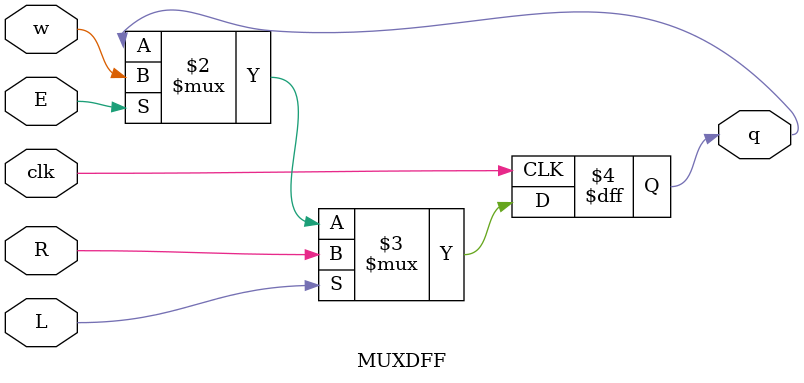
<source format=v>
module top_module (
        input [3:0] SW,
        input [3:0] KEY,
        output [3:0] LEDR
); 

    MUXDFF dff3(.clk(KEY[0]),
        .w(KEY[3]),
        .E(KEY[1]),
        .R(SW[3]),
        .L(KEY[2]),
        .q(LEDR[3])
    );
    MUXDFF dff2(.clk(KEY[0]),
        .w(LEDR[3]),
        .E(KEY[1]),
        .R(SW[2]),
        .L(KEY[2]),
        .q(LEDR[2])
    );
    MUXDFF dff1(.clk(KEY[0]),
        .w(LEDR[2]),
        .E(KEY[1]),
        .R(SW[1]),
        .L(KEY[2]),
        .q(LEDR[1])
    );
    MUXDFF dff0(.clk(KEY[0]),
        .w(LEDR[1]),
        .E(KEY[1]),
        .R(SW[0]),
        .L(KEY[2]),
        .q(LEDR[0])
    );
endmodule

module MUXDFF (
    input clk,
    input w,
    input E,
    input R,
    input L,
    output reg q);


    always @(posedge clk) begin
        q <= L ? R : 
             E ? w : q;
    end

endmodule

</source>
